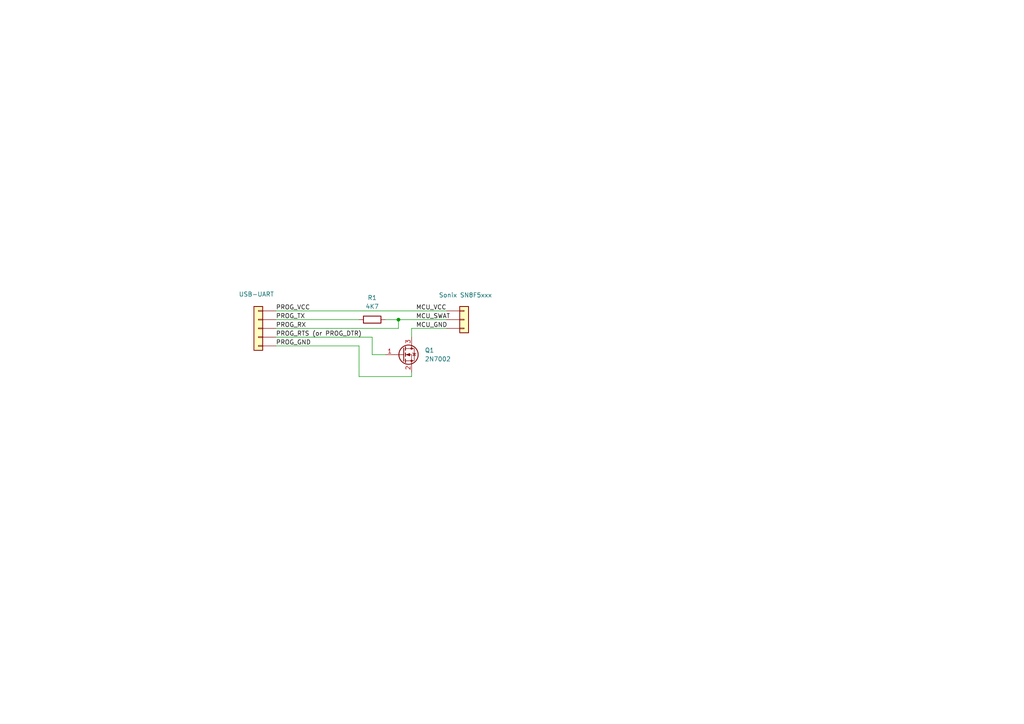
<source format=kicad_sch>
(kicad_sch (version 20250114) (generator "eeschema") (generator_version "9.0")
  (paper "A4")
  (lib_symbols
    (symbol "Connector_Generic:Conn_01x03" (pin_numbers (hide yes)) (pin_names (offset 1.016) (hide yes))
      (property "Reference" "J" (at 0 5.08 0))
      (property "Value" "Conn_01x03" (at 0 -5.08 0))
      (symbol "Conn_01x03_1_1"
        (rectangle (start -1.27 3.81) (end 1.27 -3.81) (stroke (width 0.254)) (fill (type background)))
        (rectangle (start -1.27 2.667) (end 0 2.413) (stroke (width 0.1524)))
        (rectangle (start -1.27 0.127) (end 0 -0.127) (stroke (width 0.1524)))
        (rectangle (start -1.27 -2.413) (end 0 -2.667) (stroke (width 0.1524)))
        (pin passive line (at -5.08 2.54 0) (length 3.81) (name "Pin_1") (number "1"))
        (pin passive line (at -5.08 0 0) (length 3.81) (name "Pin_2") (number "2"))
        (pin passive line (at -5.08 -2.54 0) (length 3.81) (name "Pin_3") (number "3"))
      )
    )
    (symbol "Connector_Generic:Conn_01x05" (pin_numbers (hide yes)) (pin_names (offset 1.016) (hide yes))
      (property "Reference" "J" (at 0 7.62 0))
      (property "Value" "Conn_01x05" (at 0 -7.62 0))
      (symbol "Conn_01x05_1_1"
        (rectangle (start -1.27 6.35) (end 1.27 -6.35) (stroke (width 0.254)) (fill (type background)))
        (rectangle (start -1.27 5.207) (end 0 4.953) (stroke (width 0.1524)))
        (rectangle (start -1.27 2.667) (end 0 2.413) (stroke (width 0.1524)))
        (rectangle (start -1.27 0.127) (end 0 -0.127) (stroke (width 0.1524)))
        (rectangle (start -1.27 -2.413) (end 0 -2.667) (stroke (width 0.1524)))
        (rectangle (start -1.27 -4.953) (end 0 -5.207) (stroke (width 0.1524)))
        (pin passive line (at -5.08 5.08 0) (length 3.81) (name "Pin_1") (number "1"))
        (pin passive line (at -5.08 2.54 0) (length 3.81) (name "Pin_2") (number "2"))
        (pin passive line (at -5.08 0 0) (length 3.81) (name "Pin_3") (number "3"))
        (pin passive line (at -5.08 -2.54 0) (length 3.81) (name "Pin_4") (number "4"))
        (pin passive line (at -5.08 -5.08 0) (length 3.81) (name "Pin_5") (number "5"))
      )
    )
    (symbol "Device:R" (pin_numbers (hide yes)) (pin_names (offset 0))
      (property "Reference" "R" (at 2.032 0 90))
      (property "Value" "R" (at 0 0 90))
      (symbol "R_0_1"
        (rectangle (start -1.016 -2.54) (end 1.016 2.54) (stroke (width 0.254)))
      )
      (symbol "R_1_1"
        (pin passive line (at 0 3.81 270) (length 1.27) (name "~") (number "1"))
        (pin passive line (at 0 -3.81 90) (length 1.27) (name "~") (number "2"))
      )
    )
    (symbol "Transistor_FET:2N7002" (pin_names (hide yes))
      (property "Reference" "Q" (at 5.08 1.905 0))
      (property "Value" "2N7002" (at 5.08 0 0))
      (symbol "2N7002_0_1"
        (polyline (pts (xy 0.254 1.905) (xy 0.254 -1.905)) (stroke (width 0.254)))
        (polyline (pts (xy 0.254 0) (xy -2.54 0)))
        (polyline (pts (xy 0.762 2.286) (xy 0.762 1.27)) (stroke (width 0.254)))
        (polyline (pts (xy 0.762 0.508) (xy 0.762 -0.508)) (stroke (width 0.254)))
        (polyline (pts (xy 0.762 -1.27) (xy 0.762 -2.286)) (stroke (width 0.254)))
        (polyline (pts (xy 0.762 -1.778) (xy 3.302 -1.778) (xy 3.302 1.778) (xy 0.762 1.778)))
        (polyline (pts (xy 1.016 0) (xy 2.032 0.381) (xy 2.032 -0.381) (xy 1.016 0)) (fill (type outline)))
        (circle (center 1.651 0) (radius 2.794) (stroke (width 0.254)))
        (polyline (pts (xy 2.54 2.54) (xy 2.54 1.778)))
        (circle (center 2.54 1.778) (radius 0.254) (fill (type outline)))
        (circle (center 2.54 -1.778) (radius 0.254) (fill (type outline)))
        (polyline (pts (xy 2.54 -2.54) (xy 2.54 0) (xy 0.762 0)))
        (polyline (pts (xy 2.794 0.508) (xy 2.921 0.381) (xy 3.683 0.381) (xy 3.81 0.254)))
        (polyline (pts (xy 3.302 0.381) (xy 2.921 -0.254) (xy 3.683 -0.254) (xy 3.302 0.381)))
      )
      (symbol "2N7002_1_1"
        (pin input line (at -5.08 0 0) (length 2.54) (name "G") (number "1"))
        (pin passive line (at 2.54 5.08 270) (length 2.54) (name "D") (number "3"))
        (pin passive line (at 2.54 -5.08 90) (length 2.54) (name "S") (number "2"))
      )
    )
  )
  (junction (at 115.57 92.71))
  (wire (pts (xy 104.14 109.22) (xy 119.38 109.22)))
  (wire (pts (xy 115.57 92.71) (xy 129.54 92.71)))
  (wire (pts (xy 80.01 90.17) (xy 129.54 90.17)))
  (wire (pts (xy 119.38 109.22) (xy 119.38 107.95)))
  (wire (pts (xy 104.14 100.33) (xy 104.14 109.22)))
  (wire (pts (xy 119.38 95.25) (xy 119.38 97.79)))
  (wire (pts (xy 119.38 95.25) (xy 129.54 95.25)))
  (wire (pts (xy 115.57 95.25) (xy 115.57 92.71)))
  (wire (pts (xy 111.76 102.87) (xy 107.95 102.87)))
  (wire (pts (xy 80.01 97.79) (xy 107.95 97.79)))
  (wire (pts (xy 107.95 102.87) (xy 107.95 97.79)))
  (wire (pts (xy 115.57 92.71) (xy 111.76 92.71)))
  (wire (pts (xy 80.01 100.33) (xy 104.14 100.33)))
  (wire (pts (xy 80.01 95.25) (xy 115.57 95.25)))
  (wire (pts (xy 80.01 92.71) (xy 104.14 92.71)))
  (label "PROG_VCC" (at 80.01 90.17 0))
  (label "PROG_GND" (at 80.01 100.33 0))
  (label "PROG_TX" (at 80.01 92.71 0))
  (label "MCU_VCC" (at 120.65 90.17 0))
  (label "PROG_RTS (or PROG_DTR)" (at 80.01 97.79 0))
  (label "MCU_GND" (at 120.65 95.25 0))
  (label "MCU_SWAT" (at 120.65 92.71 0))
  (label "PROG_RX" (at 80.01 95.25 0))
  (symbol (lib_id "Connector_Generic:Conn_01x05") (at 74.93 95.25 0) (mirror y) (unit 1)
    (property "Reference" "J1" (effects (hide yes)))
    (property "Value" "USB-UART" (at 79.502 85.344 0) (effects (justify left)))
    (property "Description" "Generic connector, single row, 01x05, script generated (kicad-library-utils/schlib/autogen/connector/)" (effects (hide yes)))
  )
  (symbol (lib_id "Transistor_FET:2N7002") (at 116.84 102.87 0) (unit 1)
    (property "Reference" "Q1" (at 123.19 101.5999 0) (effects (justify left)))
    (property "Value" "2N7002" (at 123.19 104.1399 0) (effects (justify left)))
    (property "Footprint" "Package_TO_SOT_SMD:SOT-23" (effects (hide yes)))
    (property "Datasheet" "https://www.onsemi.com/pub/Collateral/NDS7002A-D.PDF" (effects (hide yes)))
    (property "Description" "0.115A Id, 60V Vds, N-Channel MOSFET, SOT-23" (effects (hide yes)))
  )
  (symbol (lib_id "Device:R") (at 107.95 92.71 90) (unit 1)
    (property "Reference" "R1" (at 107.95 86.36 90))
    (property "Value" "4K7" (at 107.95 88.9 90))
    (property "Description" "Resistor" (effects (hide yes)))
  )
  (symbol (lib_id "Connector_Generic:Conn_01x03") (at 134.62 92.71 0) (unit 1)
    (property "Reference" "J2" (effects (hide yes)))
    (property "Value" "Sonix SN8F5xxx" (at 127.254 85.598 0) (effects (justify left)))
    (property "Description" "Generic connector, single row, 01x03, script generated (kicad-library-utils/schlib/autogen/connector/)" (effects (hide yes)))
  )
)
</source>
